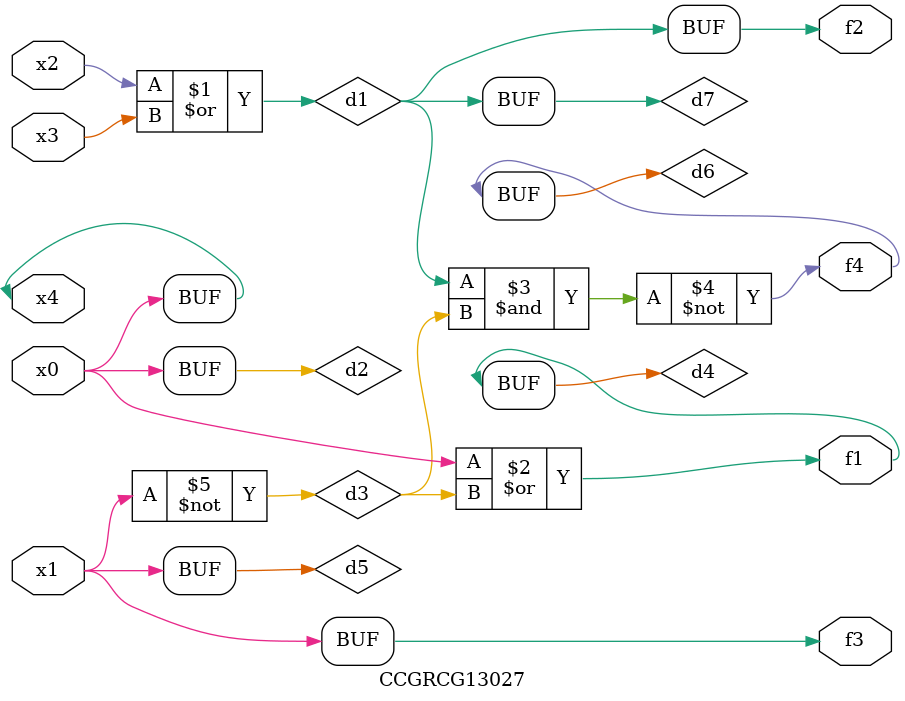
<source format=v>
module CCGRCG13027(
	input x0, x1, x2, x3, x4,
	output f1, f2, f3, f4
);

	wire d1, d2, d3, d4, d5, d6, d7;

	or (d1, x2, x3);
	buf (d2, x0, x4);
	not (d3, x1);
	or (d4, d2, d3);
	not (d5, d3);
	nand (d6, d1, d3);
	or (d7, d1);
	assign f1 = d4;
	assign f2 = d7;
	assign f3 = d5;
	assign f4 = d6;
endmodule

</source>
